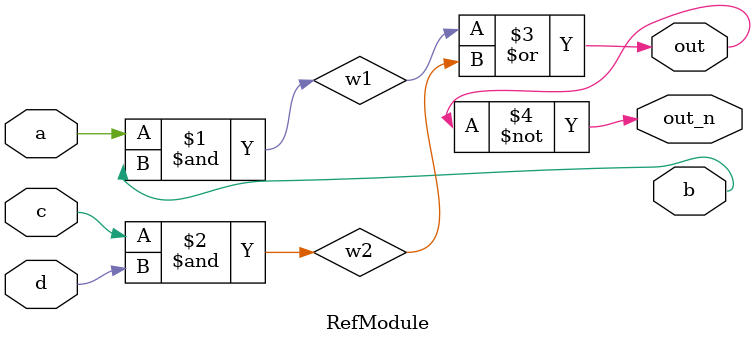
<source format=sv>

module RefModule (
  input a,
  output b,
  input c,
  input d,
  output out,
  output out_n
);

  wire w1, w2;
  assign w1 = a&b;
  assign w2 = c&d;
  assign out = w1|w2;
  assign out_n = ~out;

endmodule


</source>
